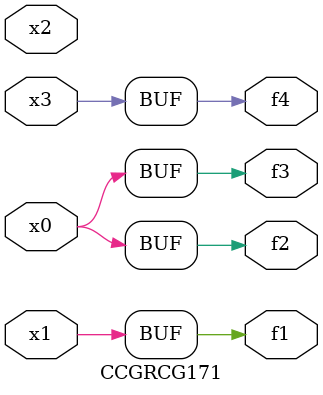
<source format=v>
module CCGRCG171(
	input x0, x1, x2, x3,
	output f1, f2, f3, f4
);
	assign f1 = x1;
	assign f2 = x0;
	assign f3 = x0;
	assign f4 = x3;
endmodule

</source>
